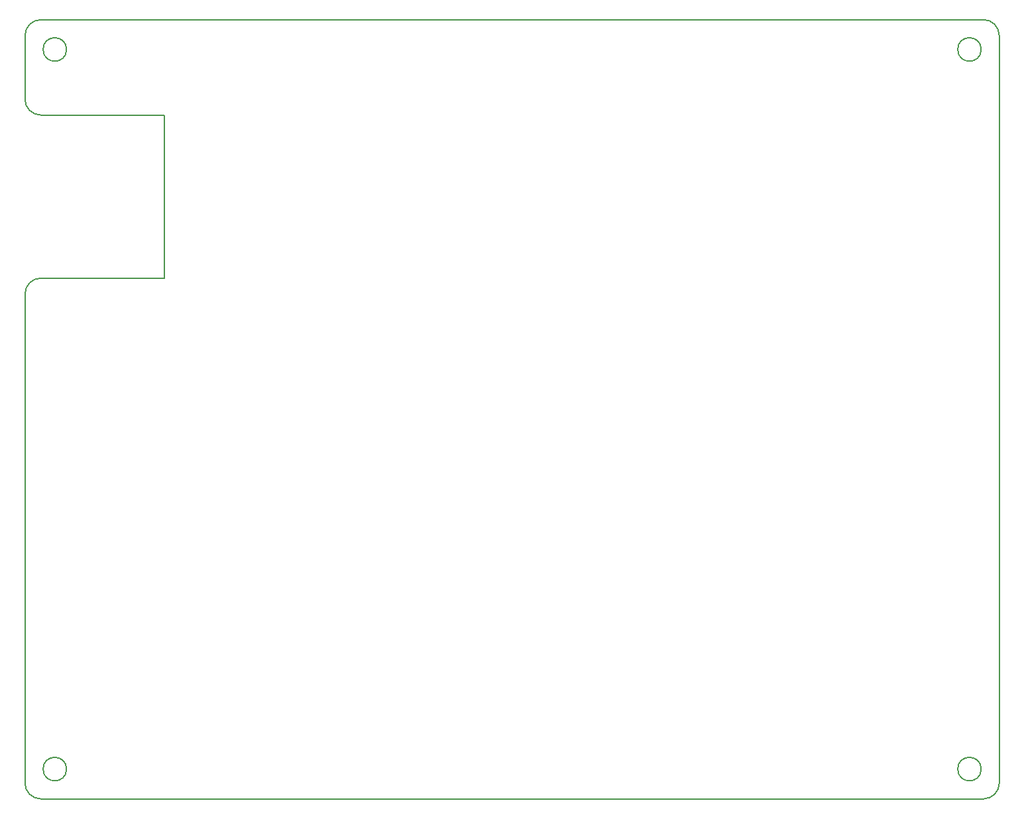
<source format=gbr>
G04 #@! TF.GenerationSoftware,KiCad,Pcbnew,(5.1.5)-2*
G04 #@! TF.CreationDate,2019-12-06T21:13:19-06:00*
G04 #@! TF.ProjectId,ArmBoard_Hardware,41726d42-6f61-4726-945f-486172647761,rev?*
G04 #@! TF.SameCoordinates,Original*
G04 #@! TF.FileFunction,Profile,NP*
%FSLAX46Y46*%
G04 Gerber Fmt 4.6, Leading zero omitted, Abs format (unit mm)*
G04 Created by KiCad (PCBNEW (5.1.5)-2) date 2019-12-06 21:13:19*
%MOMM*%
%LPD*%
G04 APERTURE LIST*
%ADD10C,0.150000*%
G04 APERTURE END LIST*
D10*
X160250000Y-41910000D02*
G75*
G03X160250000Y-41910000I-1500000J0D01*
G01*
X160250000Y-133858000D02*
G75*
G03X160250000Y-133858000I-1500000J0D01*
G01*
X43410000Y-133858000D02*
G75*
G03X43410000Y-133858000I-1500000J0D01*
G01*
X43410000Y-41910000D02*
G75*
G03X43410000Y-41910000I-1500000J0D01*
G01*
X162560000Y-135636000D02*
X162560000Y-40132000D01*
X160528000Y-38100000D02*
X40132000Y-38100000D01*
X38100000Y-135636000D02*
X38100000Y-73152000D01*
X40132000Y-137668000D02*
X160528000Y-137668000D01*
X162560000Y-135636000D02*
G75*
G02X160528000Y-137668000I-2032000J0D01*
G01*
X40132000Y-137668000D02*
G75*
G02X38100000Y-135636000I0J2032000D01*
G01*
X38100000Y-73152000D02*
G75*
G02X40132000Y-71120000I2032000J0D01*
G01*
X40132000Y-50292000D02*
G75*
G02X38100000Y-48260000I0J2032000D01*
G01*
X38100000Y-40132000D02*
G75*
G02X40132000Y-38100000I2032000J0D01*
G01*
X160528000Y-38100000D02*
G75*
G02X162560000Y-40132000I0J-2032000D01*
G01*
X55880000Y-71120000D02*
X40132000Y-71120000D01*
X55880000Y-50292000D02*
X55880000Y-71120000D01*
X40132000Y-50292000D02*
X55880000Y-50292000D01*
X38100000Y-40132000D02*
X38100000Y-48260000D01*
M02*

</source>
